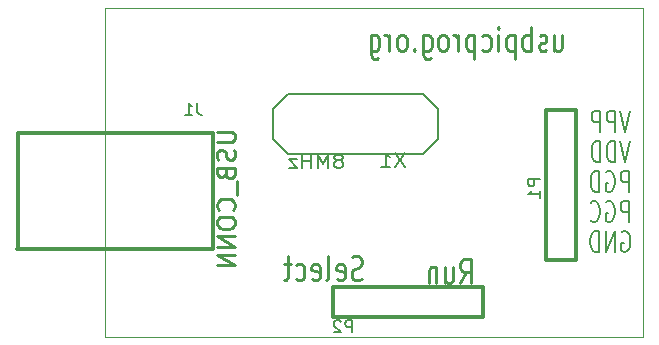
<source format=gbo>
G04 (created by PCBNEW-RS274X (20100308 SVN-R2437)-RC5) date Tue 09 Mar 2010 02:31:33 PM CET*
G01*
G70*
G90*
%MOIN*%
G04 Gerber Fmt 3.4, Leading zero omitted, Abs format*
%FSLAX34Y34*%
G04 APERTURE LIST*
%ADD10C,0.006000*%
%ADD11C,0.010000*%
%ADD12C,0.001000*%
%ADD13C,0.008300*%
%ADD14C,0.012000*%
%ADD15C,0.006700*%
%ADD16C,0.006600*%
G04 APERTURE END LIST*
G54D10*
G54D11*
X31629Y-22540D02*
X31629Y-23074D01*
X31886Y-22540D02*
X31886Y-22960D01*
X31858Y-23036D01*
X31800Y-23074D01*
X31715Y-23074D01*
X31658Y-23036D01*
X31629Y-22998D01*
X31372Y-23036D02*
X31315Y-23074D01*
X31200Y-23074D01*
X31143Y-23036D01*
X31115Y-22960D01*
X31115Y-22921D01*
X31143Y-22845D01*
X31200Y-22807D01*
X31286Y-22807D01*
X31343Y-22769D01*
X31372Y-22693D01*
X31372Y-22655D01*
X31343Y-22579D01*
X31286Y-22540D01*
X31200Y-22540D01*
X31143Y-22579D01*
X30857Y-23074D02*
X30857Y-22274D01*
X30857Y-22579D02*
X30800Y-22540D01*
X30686Y-22540D01*
X30629Y-22579D01*
X30600Y-22617D01*
X30571Y-22693D01*
X30571Y-22921D01*
X30600Y-22998D01*
X30629Y-23036D01*
X30686Y-23074D01*
X30800Y-23074D01*
X30857Y-23036D01*
X30314Y-22540D02*
X30314Y-23340D01*
X30314Y-22579D02*
X30257Y-22540D01*
X30143Y-22540D01*
X30086Y-22579D01*
X30057Y-22617D01*
X30028Y-22693D01*
X30028Y-22921D01*
X30057Y-22998D01*
X30086Y-23036D01*
X30143Y-23074D01*
X30257Y-23074D01*
X30314Y-23036D01*
X29771Y-23074D02*
X29771Y-22540D01*
X29771Y-22274D02*
X29800Y-22312D01*
X29771Y-22350D01*
X29743Y-22312D01*
X29771Y-22274D01*
X29771Y-22350D01*
X29228Y-23036D02*
X29285Y-23074D01*
X29399Y-23074D01*
X29457Y-23036D01*
X29485Y-22998D01*
X29514Y-22921D01*
X29514Y-22693D01*
X29485Y-22617D01*
X29457Y-22579D01*
X29399Y-22540D01*
X29285Y-22540D01*
X29228Y-22579D01*
X28971Y-22540D02*
X28971Y-23340D01*
X28971Y-22579D02*
X28914Y-22540D01*
X28800Y-22540D01*
X28743Y-22579D01*
X28714Y-22617D01*
X28685Y-22693D01*
X28685Y-22921D01*
X28714Y-22998D01*
X28743Y-23036D01*
X28800Y-23074D01*
X28914Y-23074D01*
X28971Y-23036D01*
X28428Y-23074D02*
X28428Y-22540D01*
X28428Y-22693D02*
X28400Y-22617D01*
X28371Y-22579D01*
X28314Y-22540D01*
X28257Y-22540D01*
X27971Y-23074D02*
X28029Y-23036D01*
X28057Y-22998D01*
X28086Y-22921D01*
X28086Y-22693D01*
X28057Y-22617D01*
X28029Y-22579D01*
X27971Y-22540D01*
X27886Y-22540D01*
X27829Y-22579D01*
X27800Y-22617D01*
X27771Y-22693D01*
X27771Y-22921D01*
X27800Y-22998D01*
X27829Y-23036D01*
X27886Y-23074D01*
X27971Y-23074D01*
X27257Y-22540D02*
X27257Y-23188D01*
X27286Y-23264D01*
X27314Y-23302D01*
X27371Y-23340D01*
X27457Y-23340D01*
X27514Y-23302D01*
X27257Y-23036D02*
X27314Y-23074D01*
X27428Y-23074D01*
X27486Y-23036D01*
X27514Y-22998D01*
X27543Y-22921D01*
X27543Y-22693D01*
X27514Y-22617D01*
X27486Y-22579D01*
X27428Y-22540D01*
X27314Y-22540D01*
X27257Y-22579D01*
X26971Y-22998D02*
X26943Y-23036D01*
X26971Y-23074D01*
X27000Y-23036D01*
X26971Y-22998D01*
X26971Y-23074D01*
X26599Y-23074D02*
X26657Y-23036D01*
X26685Y-22998D01*
X26714Y-22921D01*
X26714Y-22693D01*
X26685Y-22617D01*
X26657Y-22579D01*
X26599Y-22540D01*
X26514Y-22540D01*
X26457Y-22579D01*
X26428Y-22617D01*
X26399Y-22693D01*
X26399Y-22921D01*
X26428Y-22998D01*
X26457Y-23036D01*
X26514Y-23074D01*
X26599Y-23074D01*
X26142Y-23074D02*
X26142Y-22540D01*
X26142Y-22693D02*
X26114Y-22617D01*
X26085Y-22579D01*
X26028Y-22540D01*
X25971Y-22540D01*
X25514Y-22540D02*
X25514Y-23188D01*
X25543Y-23264D01*
X25571Y-23302D01*
X25628Y-23340D01*
X25714Y-23340D01*
X25771Y-23302D01*
X25514Y-23036D02*
X25571Y-23074D01*
X25685Y-23074D01*
X25743Y-23036D01*
X25771Y-22998D01*
X25800Y-22921D01*
X25800Y-22693D01*
X25771Y-22617D01*
X25743Y-22579D01*
X25685Y-22540D01*
X25571Y-22540D01*
X25514Y-22579D01*
G54D12*
X16650Y-21650D02*
X34600Y-21650D01*
X16650Y-32600D02*
X16650Y-21650D01*
X34600Y-32600D02*
X16650Y-32600D01*
X34600Y-21650D02*
X34600Y-32600D01*
G54D11*
X25221Y-30686D02*
X25135Y-30724D01*
X24992Y-30724D01*
X24935Y-30686D01*
X24906Y-30648D01*
X24878Y-30571D01*
X24878Y-30495D01*
X24906Y-30419D01*
X24935Y-30381D01*
X24992Y-30343D01*
X25106Y-30305D01*
X25164Y-30267D01*
X25192Y-30229D01*
X25221Y-30152D01*
X25221Y-30076D01*
X25192Y-30000D01*
X25164Y-29962D01*
X25106Y-29924D01*
X24964Y-29924D01*
X24878Y-29962D01*
X24393Y-30686D02*
X24450Y-30724D01*
X24564Y-30724D01*
X24621Y-30686D01*
X24650Y-30610D01*
X24650Y-30305D01*
X24621Y-30229D01*
X24564Y-30190D01*
X24450Y-30190D01*
X24393Y-30229D01*
X24364Y-30305D01*
X24364Y-30381D01*
X24650Y-30457D01*
X24021Y-30724D02*
X24079Y-30686D01*
X24107Y-30610D01*
X24107Y-29924D01*
X23565Y-30686D02*
X23622Y-30724D01*
X23736Y-30724D01*
X23793Y-30686D01*
X23822Y-30610D01*
X23822Y-30305D01*
X23793Y-30229D01*
X23736Y-30190D01*
X23622Y-30190D01*
X23565Y-30229D01*
X23536Y-30305D01*
X23536Y-30381D01*
X23822Y-30457D01*
X23022Y-30686D02*
X23079Y-30724D01*
X23193Y-30724D01*
X23251Y-30686D01*
X23279Y-30648D01*
X23308Y-30571D01*
X23308Y-30343D01*
X23279Y-30267D01*
X23251Y-30229D01*
X23193Y-30190D01*
X23079Y-30190D01*
X23022Y-30229D01*
X22851Y-30190D02*
X22622Y-30190D01*
X22765Y-29924D02*
X22765Y-30610D01*
X22737Y-30686D01*
X22679Y-30724D01*
X22622Y-30724D01*
X28507Y-30824D02*
X28707Y-30443D01*
X28850Y-30824D02*
X28850Y-30024D01*
X28622Y-30024D01*
X28564Y-30062D01*
X28536Y-30100D01*
X28507Y-30176D01*
X28507Y-30290D01*
X28536Y-30367D01*
X28564Y-30405D01*
X28622Y-30443D01*
X28850Y-30443D01*
X27993Y-30290D02*
X27993Y-30824D01*
X28250Y-30290D02*
X28250Y-30710D01*
X28222Y-30786D01*
X28164Y-30824D01*
X28079Y-30824D01*
X28022Y-30786D01*
X27993Y-30748D01*
X27707Y-30290D02*
X27707Y-30824D01*
X27707Y-30367D02*
X27679Y-30329D01*
X27621Y-30290D01*
X27536Y-30290D01*
X27479Y-30329D01*
X27450Y-30405D01*
X27450Y-30824D01*
G54D13*
X34166Y-26083D02*
X34000Y-26783D01*
X33833Y-26083D01*
X33666Y-26783D02*
X33666Y-26083D01*
X33547Y-26083D01*
X33475Y-26117D01*
X33428Y-26183D01*
X33404Y-26250D01*
X33380Y-26383D01*
X33380Y-26483D01*
X33404Y-26617D01*
X33428Y-26683D01*
X33475Y-26750D01*
X33547Y-26783D01*
X33666Y-26783D01*
X33166Y-26783D02*
X33166Y-26083D01*
X33047Y-26083D01*
X32975Y-26117D01*
X32928Y-26183D01*
X32904Y-26250D01*
X32880Y-26383D01*
X32880Y-26483D01*
X32904Y-26617D01*
X32928Y-26683D01*
X32975Y-26750D01*
X33047Y-26783D01*
X33166Y-26783D01*
X34131Y-27783D02*
X34131Y-27083D01*
X33940Y-27083D01*
X33893Y-27117D01*
X33869Y-27150D01*
X33845Y-27217D01*
X33845Y-27317D01*
X33869Y-27383D01*
X33893Y-27417D01*
X33940Y-27450D01*
X34131Y-27450D01*
X33369Y-27117D02*
X33417Y-27083D01*
X33488Y-27083D01*
X33560Y-27117D01*
X33607Y-27183D01*
X33631Y-27250D01*
X33655Y-27383D01*
X33655Y-27483D01*
X33631Y-27617D01*
X33607Y-27683D01*
X33560Y-27750D01*
X33488Y-27783D01*
X33440Y-27783D01*
X33369Y-27750D01*
X33345Y-27717D01*
X33345Y-27483D01*
X33440Y-27483D01*
X33131Y-27783D02*
X33131Y-27083D01*
X33012Y-27083D01*
X32940Y-27117D01*
X32893Y-27183D01*
X32869Y-27250D01*
X32845Y-27383D01*
X32845Y-27483D01*
X32869Y-27617D01*
X32893Y-27683D01*
X32940Y-27750D01*
X33012Y-27783D01*
X33131Y-27783D01*
X34166Y-25083D02*
X34000Y-25783D01*
X33833Y-25083D01*
X33666Y-25783D02*
X33666Y-25083D01*
X33475Y-25083D01*
X33428Y-25117D01*
X33404Y-25150D01*
X33380Y-25217D01*
X33380Y-25317D01*
X33404Y-25383D01*
X33428Y-25417D01*
X33475Y-25450D01*
X33666Y-25450D01*
X33166Y-25783D02*
X33166Y-25083D01*
X32975Y-25083D01*
X32928Y-25117D01*
X32904Y-25150D01*
X32880Y-25217D01*
X32880Y-25317D01*
X32904Y-25383D01*
X32928Y-25417D01*
X32975Y-25450D01*
X33166Y-25450D01*
X34131Y-28783D02*
X34131Y-28083D01*
X33940Y-28083D01*
X33893Y-28117D01*
X33869Y-28150D01*
X33845Y-28217D01*
X33845Y-28317D01*
X33869Y-28383D01*
X33893Y-28417D01*
X33940Y-28450D01*
X34131Y-28450D01*
X33369Y-28117D02*
X33417Y-28083D01*
X33488Y-28083D01*
X33560Y-28117D01*
X33607Y-28183D01*
X33631Y-28250D01*
X33655Y-28383D01*
X33655Y-28483D01*
X33631Y-28617D01*
X33607Y-28683D01*
X33560Y-28750D01*
X33488Y-28783D01*
X33440Y-28783D01*
X33369Y-28750D01*
X33345Y-28717D01*
X33345Y-28483D01*
X33440Y-28483D01*
X32845Y-28717D02*
X32869Y-28750D01*
X32940Y-28783D01*
X32988Y-28783D01*
X33060Y-28750D01*
X33107Y-28683D01*
X33131Y-28617D01*
X33155Y-28483D01*
X33155Y-28383D01*
X33131Y-28250D01*
X33107Y-28183D01*
X33060Y-28117D01*
X32988Y-28083D01*
X32940Y-28083D01*
X32869Y-28117D01*
X32845Y-28150D01*
X33881Y-29117D02*
X33929Y-29083D01*
X34000Y-29083D01*
X34072Y-29117D01*
X34119Y-29183D01*
X34143Y-29250D01*
X34167Y-29383D01*
X34167Y-29483D01*
X34143Y-29617D01*
X34119Y-29683D01*
X34072Y-29750D01*
X34000Y-29783D01*
X33952Y-29783D01*
X33881Y-29750D01*
X33857Y-29717D01*
X33857Y-29483D01*
X33952Y-29483D01*
X33643Y-29783D02*
X33643Y-29083D01*
X33357Y-29783D01*
X33357Y-29083D01*
X33119Y-29783D02*
X33119Y-29083D01*
X33000Y-29083D01*
X32928Y-29117D01*
X32881Y-29183D01*
X32857Y-29250D01*
X32833Y-29383D01*
X32833Y-29483D01*
X32857Y-29617D01*
X32881Y-29683D01*
X32928Y-29750D01*
X33000Y-29783D01*
X33119Y-29783D01*
G54D14*
X32350Y-30050D02*
X31350Y-30050D01*
X31350Y-25050D02*
X32350Y-25050D01*
X32350Y-30050D02*
X32350Y-25050D01*
X31350Y-25050D02*
X31350Y-30050D01*
X24250Y-31950D02*
X24250Y-30950D01*
X29250Y-30950D02*
X29250Y-31950D01*
X24250Y-31950D02*
X29250Y-31950D01*
X29250Y-30950D02*
X24250Y-30950D01*
G54D10*
X22250Y-26000D02*
X22750Y-26500D01*
X27250Y-26500D02*
X27750Y-26000D01*
X27750Y-25000D02*
X27250Y-24500D01*
X22250Y-25000D02*
X22750Y-24500D01*
X22750Y-26500D02*
X27250Y-26500D01*
X22250Y-26000D02*
X22250Y-25000D01*
X22750Y-24500D02*
X27250Y-24500D01*
X27750Y-25000D02*
X27750Y-26000D01*
G54D14*
X13750Y-29678D02*
X13754Y-25814D01*
X13754Y-25814D02*
X20254Y-25814D01*
X20270Y-25846D02*
X20270Y-29670D01*
X20270Y-29670D02*
X13742Y-29670D01*
G54D15*
X31162Y-27355D02*
X30762Y-27355D01*
X30762Y-27508D01*
X30781Y-27546D01*
X30800Y-27565D01*
X30838Y-27584D01*
X30895Y-27584D01*
X30933Y-27565D01*
X30952Y-27546D01*
X30971Y-27508D01*
X30971Y-27355D01*
X31162Y-27965D02*
X31162Y-27736D01*
X31162Y-27850D02*
X30762Y-27850D01*
X30819Y-27812D01*
X30857Y-27774D01*
X30876Y-27736D01*
X24895Y-32462D02*
X24895Y-32062D01*
X24742Y-32062D01*
X24704Y-32081D01*
X24685Y-32100D01*
X24666Y-32138D01*
X24666Y-32195D01*
X24685Y-32233D01*
X24704Y-32252D01*
X24742Y-32271D01*
X24895Y-32271D01*
X24514Y-32100D02*
X24495Y-32081D01*
X24457Y-32062D01*
X24361Y-32062D01*
X24323Y-32081D01*
X24304Y-32100D01*
X24285Y-32138D01*
X24285Y-32176D01*
X24304Y-32233D01*
X24533Y-32462D01*
X24285Y-32462D01*
G54D10*
X26655Y-26482D02*
X26321Y-26932D01*
X26321Y-26482D02*
X26655Y-26932D01*
X25869Y-26932D02*
X26155Y-26932D01*
X26012Y-26932D02*
X26012Y-26482D01*
X26060Y-26546D01*
X26107Y-26589D01*
X26155Y-26611D01*
X24498Y-26725D02*
X24545Y-26704D01*
X24569Y-26682D01*
X24593Y-26639D01*
X24593Y-26618D01*
X24569Y-26575D01*
X24545Y-26554D01*
X24498Y-26532D01*
X24402Y-26532D01*
X24355Y-26554D01*
X24331Y-26575D01*
X24307Y-26618D01*
X24307Y-26639D01*
X24331Y-26682D01*
X24355Y-26704D01*
X24402Y-26725D01*
X24498Y-26725D01*
X24545Y-26746D01*
X24569Y-26768D01*
X24593Y-26811D01*
X24593Y-26896D01*
X24569Y-26939D01*
X24545Y-26961D01*
X24498Y-26982D01*
X24402Y-26982D01*
X24355Y-26961D01*
X24331Y-26939D01*
X24307Y-26896D01*
X24307Y-26811D01*
X24331Y-26768D01*
X24355Y-26746D01*
X24402Y-26725D01*
X24093Y-26982D02*
X24093Y-26532D01*
X23926Y-26854D01*
X23760Y-26532D01*
X23760Y-26982D01*
X23522Y-26982D02*
X23522Y-26532D01*
X23522Y-26746D02*
X23236Y-26746D01*
X23236Y-26982D02*
X23236Y-26532D01*
X23046Y-26682D02*
X22784Y-26682D01*
X23046Y-26982D01*
X22784Y-26982D01*
G54D16*
X19731Y-24815D02*
X19731Y-25097D01*
X19749Y-25153D01*
X19787Y-25191D01*
X19843Y-25209D01*
X19881Y-25209D01*
X19337Y-25209D02*
X19562Y-25209D01*
X19449Y-25209D02*
X19449Y-24815D01*
X19487Y-24872D01*
X19524Y-24909D01*
X19562Y-24928D01*
G54D11*
X20393Y-25771D02*
X20879Y-25771D01*
X20936Y-25799D01*
X20964Y-25828D01*
X20993Y-25885D01*
X20993Y-25999D01*
X20964Y-26057D01*
X20936Y-26085D01*
X20879Y-26114D01*
X20393Y-26114D01*
X20964Y-26371D02*
X20993Y-26457D01*
X20993Y-26600D01*
X20964Y-26657D01*
X20936Y-26686D01*
X20879Y-26714D01*
X20821Y-26714D01*
X20764Y-26686D01*
X20736Y-26657D01*
X20707Y-26600D01*
X20679Y-26486D01*
X20650Y-26428D01*
X20621Y-26400D01*
X20564Y-26371D01*
X20507Y-26371D01*
X20450Y-26400D01*
X20421Y-26428D01*
X20393Y-26486D01*
X20393Y-26628D01*
X20421Y-26714D01*
X20679Y-27171D02*
X20707Y-27257D01*
X20736Y-27285D01*
X20793Y-27314D01*
X20879Y-27314D01*
X20936Y-27285D01*
X20964Y-27257D01*
X20993Y-27199D01*
X20993Y-26971D01*
X20393Y-26971D01*
X20393Y-27171D01*
X20421Y-27228D01*
X20450Y-27257D01*
X20507Y-27285D01*
X20564Y-27285D01*
X20621Y-27257D01*
X20650Y-27228D01*
X20679Y-27171D01*
X20679Y-26971D01*
X21050Y-27428D02*
X21050Y-27885D01*
X20936Y-28371D02*
X20964Y-28342D01*
X20993Y-28256D01*
X20993Y-28199D01*
X20964Y-28114D01*
X20907Y-28056D01*
X20850Y-28028D01*
X20736Y-27999D01*
X20650Y-27999D01*
X20536Y-28028D01*
X20479Y-28056D01*
X20421Y-28114D01*
X20393Y-28199D01*
X20393Y-28256D01*
X20421Y-28342D01*
X20450Y-28371D01*
X20393Y-28742D02*
X20393Y-28856D01*
X20421Y-28914D01*
X20479Y-28971D01*
X20593Y-28999D01*
X20793Y-28999D01*
X20907Y-28971D01*
X20964Y-28914D01*
X20993Y-28856D01*
X20993Y-28742D01*
X20964Y-28685D01*
X20907Y-28628D01*
X20793Y-28599D01*
X20593Y-28599D01*
X20479Y-28628D01*
X20421Y-28685D01*
X20393Y-28742D01*
X20993Y-29257D02*
X20393Y-29257D01*
X20993Y-29600D01*
X20393Y-29600D01*
X20993Y-29886D02*
X20393Y-29886D01*
X20993Y-30229D01*
X20393Y-30229D01*
M02*

</source>
